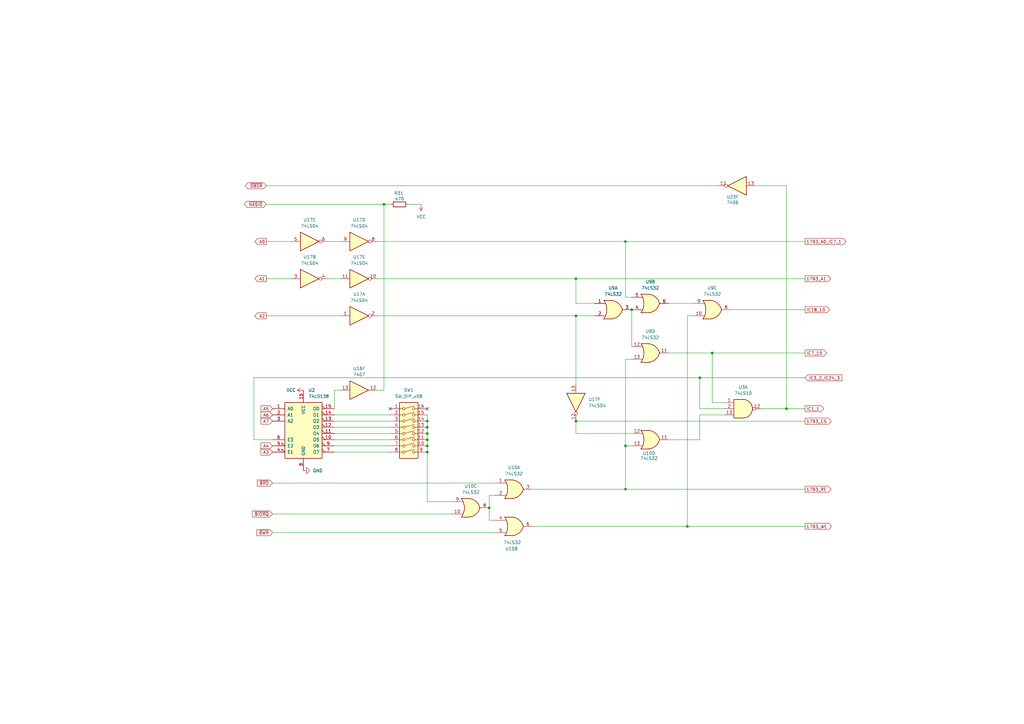
<source format=kicad_sch>
(kicad_sch (version 20231120) (generator "eeschema") (generator_version "8.0")
  (paper "A3")
  (title_block (title "80 Bus FDC Controller") (date "2025-02-09") (rev "2.1.0"))
  (lib_symbols
    (symbol "74xx:74LS04"
      (property "Reference" "U" (at 0 1.27 0))
      (property "Value" "74LS04" (at 0 -1.27 0))
      (symbol "74LS04_1_0"
        (polyline (pts (xy -3.81 3.81) (xy -3.81 -3.81) (xy 3.81 0) (xy -3.81 3.81)) (stroke (width 0.254)) (fill (type background)))
        (pin input line (at -7.62 0 0) (length 3.81) (name "~") (number "1"))
        (pin output inverted (at 7.62 0 180) (length 3.81) (name "~") (number "2"))
      )
      (symbol "74LS04_2_0"
        (polyline (pts (xy -3.81 3.81) (xy -3.81 -3.81) (xy 3.81 0) (xy -3.81 3.81)) (stroke (width 0.254)) (fill (type background)))
        (pin input line (at -7.62 0 0) (length 3.81) (name "~") (number "3"))
        (pin output inverted (at 7.62 0 180) (length 3.81) (name "~") (number "4"))
      )
      (symbol "74LS04_3_0"
        (polyline (pts (xy -3.81 3.81) (xy -3.81 -3.81) (xy 3.81 0) (xy -3.81 3.81)) (stroke (width 0.254)) (fill (type background)))
        (pin input line (at -7.62 0 0) (length 3.81) (name "~") (number "5"))
        (pin output inverted (at 7.62 0 180) (length 3.81) (name "~") (number "6"))
      )
      (symbol "74LS04_4_0"
        (polyline (pts (xy -3.81 3.81) (xy -3.81 -3.81) (xy 3.81 0) (xy -3.81 3.81)) (stroke (width 0.254)) (fill (type background)))
        (pin output inverted (at 7.62 0 180) (length 3.81) (name "~") (number "8"))
        (pin input line (at -7.62 0 0) (length 3.81) (name "~") (number "9"))
      )
      (symbol "74LS04_5_0"
        (polyline (pts (xy -3.81 3.81) (xy -3.81 -3.81) (xy 3.81 0) (xy -3.81 3.81)) (stroke (width 0.254)) (fill (type background)))
        (pin output inverted (at 7.62 0 180) (length 3.81) (name "~") (number "10"))
        (pin input line (at -7.62 0 0) (length 3.81) (name "~") (number "11"))
      )
      (symbol "74LS04_6_0"
        (polyline (pts (xy -3.81 3.81) (xy -3.81 -3.81) (xy 3.81 0) (xy -3.81 3.81)) (stroke (width 0.254)) (fill (type background)))
        (pin output inverted (at 7.62 0 180) (length 3.81) (name "~") (number "12"))
        (pin input line (at -7.62 0 0) (length 3.81) (name "~") (number "13"))
      )
      (symbol "74LS04_7_0"
        (pin power_in line (at 0 12.7 270) (length 5.08) (name "VCC") (number "14"))
        (pin power_in line (at 0 -12.7 90) (length 5.08) (name "GND") (number "7"))
      )
      (symbol "74LS04_7_1"
        (rectangle (start -5.08 7.62) (end 5.08 -7.62) (stroke (width 0.254)) (fill (type background)))
      )
    )
    (symbol "74xx:74LS10" (pin_names (offset 1.016))
      (property "Reference" "U" (at 0 1.27 0))
      (property "Value" "74LS10" (at 0 -1.27 0))
      (symbol "74LS10_1_1"
        (arc (start 0 -3.81) (mid 3.7934 0) (end 0 3.81) (stroke (width 0.254)) (fill (type background)))
        (polyline (pts (xy 0 3.81) (xy -3.81 3.81) (xy -3.81 -3.81) (xy 0 -3.81)) (stroke (width 0.254)) (fill (type background)))
        (pin input line (at -7.62 2.54 0) (length 3.81) (name "~") (number "1"))
        (pin output inverted (at 7.62 0 180) (length 3.81) (name "~") (number "12"))
        (pin input line (at -7.62 -2.54 0) (length 3.81) (name "~") (number "13"))
        (pin input line (at -7.62 0 0) (length 3.81) (name "~") (number "2"))
      )
      (symbol "74LS10_1_2"
        (arc (start -3.81 -3.81) (mid -2.589 0) (end -3.81 3.81) (stroke (width 0.254)))
        (arc (start -0.6096 -3.81) (mid 2.1842 -2.5851) (end 3.81 0) (stroke (width 0.254)) (fill (type background)))
        (polyline (pts (xy -3.81 -3.81) (xy -0.635 -3.81)) (stroke (width 0.254)) (fill (type background)))
        (polyline (pts (xy -3.81 3.81) (xy -0.635 3.81)) (stroke (width 0.254)) (fill (type background)))
        (polyline (pts (xy -0.635 3.81) (xy -3.81 3.81) (xy -3.81 3.81) (xy -3.556 3.4036) (xy -3.0226 2.2606) (xy -2.6924 1.0414) (xy -2.6162 -0.254) (xy -2.7686 -1.4986) (xy -3.175 -2.7178) (xy -3.81 -3.81) (xy -3.81 -3.81) (xy -0.635 -3.81)) (stroke (width -25.4)) (fill (type background)))
        (arc (start 3.81 0) (mid 2.1915 2.5936) (end -0.6096 3.81) (stroke (width 0.254)) (fill (type background)))
        (pin input inverted (at -7.62 2.54 0) (length 4.318) (name "~") (number "1"))
        (pin output line (at 7.62 0 180) (length 3.81) (name "~") (number "12"))
        (pin input inverted (at -7.62 -2.54 0) (length 4.318) (name "~") (number "13"))
        (pin input inverted (at -7.62 0 0) (length 4.953) (name "~") (number "2"))
      )
      (symbol "74LS10_2_1"
        (arc (start 0 -3.81) (mid 3.7934 0) (end 0 3.81) (stroke (width 0.254)) (fill (type background)))
        (polyline (pts (xy 0 3.81) (xy -3.81 3.81) (xy -3.81 -3.81) (xy 0 -3.81)) (stroke (width 0.254)) (fill (type background)))
        (pin input line (at -7.62 2.54 0) (length 3.81) (name "~") (number "3"))
        (pin input line (at -7.62 0 0) (length 3.81) (name "~") (number "4"))
        (pin input line (at -7.62 -2.54 0) (length 3.81) (name "~") (number "5"))
        (pin output inverted (at 7.62 0 180) (length 3.81) (name "~") (number "6"))
      )
      (symbol "74LS10_2_2"
        (arc (start -3.81 -3.81) (mid -2.589 0) (end -3.81 3.81) (stroke (width 0.254)))
        (arc (start -0.6096 -3.81) (mid 2.1842 -2.5851) (end 3.81 0) (stroke (width 0.254)) (fill (type background)))
        (polyline (pts (xy -3.81 -3.81) (xy -0.635 -3.81)) (stroke (width 0.254)) (fill (type background)))
        (polyline (pts (xy -3.81 3.81) (xy -0.635 3.81)) (stroke (width 0.254)) (fill (type background)))
        (polyline (pts (xy -0.635 3.81) (xy -3.81 3.81) (xy -3.81 3.81) (xy -3.556 3.4036) (xy -3.0226 2.2606) (xy -2.6924 1.0414) (xy -2.6162 -0.254) (xy -2.7686 -1.4986) (xy -3.175 -2.7178) (xy -3.81 -3.81) (xy -3.81 -3.81) (xy -0.635 -3.81)) (stroke (width -25.4)) (fill (type background)))
        (arc (start 3.81 0) (mid 2.1915 2.5936) (end -0.6096 3.81) (stroke (width 0.254)) (fill (type background)))
        (pin input inverted (at -7.62 2.54 0) (length 4.318) (name "~") (number "3"))
        (pin input inverted (at -7.62 0 0) (length 4.953) (name "~") (number "4"))
        (pin input inverted (at -7.62 -2.54 0) (length 4.318) (name "~") (number "5"))
        (pin output line (at 7.62 0 180) (length 3.81) (name "~") (number "6"))
      )
      (symbol "74LS10_3_1"
        (arc (start 0 -3.81) (mid 3.7934 0) (end 0 3.81) (stroke (width 0.254)) (fill (type background)))
        (polyline (pts (xy 0 3.81) (xy -3.81 3.81) (xy -3.81 -3.81) (xy 0 -3.81)) (stroke (width 0.254)) (fill (type background)))
        (pin input line (at -7.62 0 0) (length 3.81) (name "~") (number "10"))
        (pin input line (at -7.62 -2.54 0) (length 3.81) (name "~") (number "11"))
        (pin output inverted (at 7.62 0 180) (length 3.81) (name "~") (number "8"))
        (pin input line (at -7.62 2.54 0) (length 3.81) (name "~") (number "9"))
      )
      (symbol "74LS10_3_2"
        (arc (start -3.81 -3.81) (mid -2.589 0) (end -3.81 3.81) (stroke (width 0.254)))
        (arc (start -0.6096 -3.81) (mid 2.1842 -2.5851) (end 3.81 0) (stroke (width 0.254)) (fill (type background)))
        (polyline (pts (xy -3.81 -3.81) (xy -0.635 -3.81)) (stroke (width 0.254)) (fill (type background)))
        (polyline (pts (xy -3.81 3.81) (xy -0.635 3.81)) (stroke (width 0.254)) (fill (type background)))
        (polyline (pts (xy -0.635 3.81) (xy -3.81 3.81) (xy -3.81 3.81) (xy -3.556 3.4036) (xy -3.0226 2.2606) (xy -2.6924 1.0414) (xy -2.6162 -0.254) (xy -2.7686 -1.4986) (xy -3.175 -2.7178) (xy -3.81 -3.81) (xy -3.81 -3.81) (xy -0.635 -3.81)) (stroke (width -25.4)) (fill (type background)))
        (arc (start 3.81 0) (mid 2.1915 2.5936) (end -0.6096 3.81) (stroke (width 0.254)) (fill (type background)))
        (pin input inverted (at -7.62 0 0) (length 4.953) (name "~") (number "10"))
        (pin input inverted (at -7.62 -2.54 0) (length 4.318) (name "~") (number "11"))
        (pin output line (at 7.62 0 180) (length 3.81) (name "~") (number "8"))
        (pin input inverted (at -7.62 2.54 0) (length 4.318) (name "~") (number "9"))
      )
      (symbol "74LS10_4_0"
        (pin power_in line (at 0 12.7 270) (length 5.08) (name "VCC") (number "14"))
        (pin power_in line (at 0 -12.7 90) (length 5.08) (name "GND") (number "7"))
      )
      (symbol "74LS10_4_1"
        (rectangle (start -5.08 7.62) (end 5.08 -7.62) (stroke (width 0.254)) (fill (type background)))
      )
    )
    (symbol "74xx:74LS138" (pin_names (offset 1.016))
      (property "Reference" "U" (at -7.62 11.43 0))
      (property "Value" "74LS138" (at -7.62 -13.97 0))
      (symbol "74LS138_1_0"
        (pin input line (at -12.7 7.62 0) (length 5.08) (name "A0") (number "1"))
        (pin output output_low (at 12.7 -5.08 180) (length 5.08) (name "O5") (number "10"))
        (pin output output_low (at 12.7 -2.54 180) (length 5.08) (name "O4") (number "11"))
        (pin output output_low (at 12.7 0 180) (length 5.08) (name "O3") (number "12"))
        (pin output output_low (at 12.7 2.54 180) (length 5.08) (name "O2") (number "13"))
        (pin output output_low (at 12.7 5.08 180) (length 5.08) (name "O1") (number "14"))
        (pin output output_low (at 12.7 7.62 180) (length 5.08) (name "O0") (number "15"))
        (pin power_in line (at 0 15.24 270) (length 5.08) (name "VCC") (number "16"))
        (pin input line (at -12.7 5.08 0) (length 5.08) (name "A1") (number "2"))
        (pin input line (at -12.7 2.54 0) (length 5.08) (name "A2") (number "3"))
        (pin input input_low (at -12.7 -10.16 0) (length 5.08) (name "E1") (number "4"))
        (pin input input_low (at -12.7 -7.62 0) (length 5.08) (name "E2") (number "5"))
        (pin input line (at -12.7 -5.08 0) (length 5.08) (name "E3") (number "6"))
        (pin output output_low (at 12.7 -10.16 180) (length 5.08) (name "O7") (number "7"))
        (pin power_in line (at 0 -17.78 90) (length 5.08) (name "GND") (number "8"))
        (pin output output_low (at 12.7 -7.62 180) (length 5.08) (name "O6") (number "9"))
      )
      (symbol "74LS138_1_1"
        (rectangle (start -7.62 10.16) (end 7.62 -12.7) (stroke (width 0.254)) (fill (type background)))
      )
    )
    (symbol "74xx:74LS32" (pin_names (offset 1.016))
      (property "Reference" "U" (at 0 1.27 0))
      (property "Value" "74LS32" (at 0 -1.27 0))
      (symbol "74LS32_1_1"
        (arc (start -3.81 -3.81) (mid -2.589 0) (end -3.81 3.81) (stroke (width 0.254)))
        (arc (start -0.6096 -3.81) (mid 2.1842 -2.5851) (end 3.81 0) (stroke (width 0.254)) (fill (type background)))
        (polyline (pts (xy -3.81 -3.81) (xy -0.635 -3.81)) (stroke (width 0.254)) (fill (type background)))
        (polyline (pts (xy -3.81 3.81) (xy -0.635 3.81)) (stroke (width 0.254)) (fill (type background)))
        (polyline (pts (xy -0.635 3.81) (xy -3.81 3.81) (xy -3.81 3.81) (xy -3.556 3.4036) (xy -3.0226 2.2606) (xy -2.6924 1.0414) (xy -2.6162 -0.254) (xy -2.7686 -1.4986) (xy -3.175 -2.7178) (xy -3.81 -3.81) (xy -3.81 -3.81) (xy -0.635 -3.81)) (stroke (width -25.4)) (fill (type background)))
        (arc (start 3.81 0) (mid 2.1915 2.5936) (end -0.6096 3.81) (stroke (width 0.254)) (fill (type background)))
        (pin input line (at -7.62 2.54 0) (length 4.318) (name "~") (number "1"))
        (pin input line (at -7.62 -2.54 0) (length 4.318) (name "~") (number "2"))
        (pin output line (at 7.62 0 180) (length 3.81) (name "~") (number "3"))
      )
      (symbol "74LS32_1_2"
        (arc (start 0 -3.81) (mid 3.7934 0) (end 0 3.81) (stroke (width 0.254)) (fill (type background)))
        (polyline (pts (xy 0 3.81) (xy -3.81 3.81) (xy -3.81 -3.81) (xy 0 -3.81)) (stroke (width 0.254)) (fill (type background)))
        (pin input inverted (at -7.62 2.54 0) (length 3.81) (name "~") (number "1"))
        (pin input inverted (at -7.62 -2.54 0) (length 3.81) (name "~") (number "2"))
        (pin output inverted (at 7.62 0 180) (length 3.81) (name "~") (number "3"))
      )
      (symbol "74LS32_2_1"
        (arc (start -3.81 -3.81) (mid -2.589 0) (end -3.81 3.81) (stroke (width 0.254)))
        (arc (start -0.6096 -3.81) (mid 2.1842 -2.5851) (end 3.81 0) (stroke (width 0.254)) (fill (type background)))
        (polyline (pts (xy -3.81 -3.81) (xy -0.635 -3.81)) (stroke (width 0.254)) (fill (type background)))
        (polyline (pts (xy -3.81 3.81) (xy -0.635 3.81)) (stroke (width 0.254)) (fill (type background)))
        (polyline (pts (xy -0.635 3.81) (xy -3.81 3.81) (xy -3.81 3.81) (xy -3.556 3.4036) (xy -3.0226 2.2606) (xy -2.6924 1.0414) (xy -2.6162 -0.254) (xy -2.7686 -1.4986) (xy -3.175 -2.7178) (xy -3.81 -3.81) (xy -3.81 -3.81) (xy -0.635 -3.81)) (stroke (width -25.4)) (fill (type background)))
        (arc (start 3.81 0) (mid 2.1915 2.5936) (end -0.6096 3.81) (stroke (width 0.254)) (fill (type background)))
        (pin input line (at -7.62 2.54 0) (length 4.318) (name "~") (number "4"))
        (pin input line (at -7.62 -2.54 0) (length 4.318) (name "~") (number "5"))
        (pin output line (at 7.62 0 180) (length 3.81) (name "~") (number "6"))
      )
      (symbol "74LS32_2_2"
        (arc (start 0 -3.81) (mid 3.7934 0) (end 0 3.81) (stroke (width 0.254)) (fill (type background)))
        (polyline (pts (xy 0 3.81) (xy -3.81 3.81) (xy -3.81 -3.81) (xy 0 -3.81)) (stroke (width 0.254)) (fill (type background)))
        (pin input inverted (at -7.62 2.54 0) (length 3.81) (name "~") (number "4"))
        (pin input inverted (at -7.62 -2.54 0) (length 3.81) (name "~") (number "5"))
        (pin output inverted (at 7.62 0 180) (length 3.81) (name "~") (number "6"))
      )
      (symbol "74LS32_3_1"
        (arc (start -3.81 -3.81) (mid -2.589 0) (end -3.81 3.81) (stroke (width 0.254)))
        (arc (start -0.6096 -3.81) (mid 2.1842 -2.5851) (end 3.81 0) (stroke (width 0.254)) (fill (type background)))
        (polyline (pts (xy -3.81 -3.81) (xy -0.635 -3.81)) (stroke (width 0.254)) (fill (type background)))
        (polyline (pts (xy -3.81 3.81) (xy -0.635 3.81)) (stroke (width 0.254)) (fill (type background)))
        (polyline (pts (xy -0.635 3.81) (xy -3.81 3.81) (xy -3.81 3.81) (xy -3.556 3.4036) (xy -3.0226 2.2606) (xy -2.6924 1.0414) (xy -2.6162 -0.254) (xy -2.7686 -1.4986) (xy -3.175 -2.7178) (xy -3.81 -3.81) (xy -3.81 -3.81) (xy -0.635 -3.81)) (stroke (width -25.4)) (fill (type background)))
        (arc (start 3.81 0) (mid 2.1915 2.5936) (end -0.6096 3.81) (stroke (width 0.254)) (fill (type background)))
        (pin input line (at -7.62 -2.54 0) (length 4.318) (name "~") (number "10"))
        (pin output line (at 7.62 0 180) (length 3.81) (name "~") (number "8"))
        (pin input line (at -7.62 2.54 0) (length 4.318) (name "~") (number "9"))
      )
      (symbol "74LS32_3_2"
        (arc (start 0 -3.81) (mid 3.7934 0) (end 0 3.81) (stroke (width 0.254)) (fill (type background)))
        (polyline (pts (xy 0 3.81) (xy -3.81 3.81) (xy -3.81 -3.81) (xy 0 -3.81)) (stroke (width 0.254)) (fill (type background)))
        (pin input inverted (at -7.62 -2.54 0) (length 3.81) (name "~") (number "10"))
        (pin output inverted (at 7.62 0 180) (length 3.81) (name "~") (number "8"))
        (pin input inverted (at -7.62 2.54 0) (length 3.81) (name "~") (number "9"))
      )
      (symbol "74LS32_4_1"
        (arc (start -3.81 -3.81) (mid -2.589 0) (end -3.81 3.81) (stroke (width 0.254)))
        (arc (start -0.6096 -3.81) (mid 2.1842 -2.5851) (end 3.81 0) (stroke (width 0.254)) (fill (type background)))
        (polyline (pts (xy -3.81 -3.81) (xy -0.635 -3.81)) (stroke (width 0.254)) (fill (type background)))
        (polyline (pts (xy -3.81 3.81) (xy -0.635 3.81)) (stroke (width 0.254)) (fill (type background)))
        (polyline (pts (xy -0.635 3.81) (xy -3.81 3.81) (xy -3.81 3.81) (xy -3.556 3.4036) (xy -3.0226 2.2606) (xy -2.6924 1.0414) (xy -2.6162 -0.254) (xy -2.7686 -1.4986) (xy -3.175 -2.7178) (xy -3.81 -3.81) (xy -3.81 -3.81) (xy -0.635 -3.81)) (stroke (width -25.4)) (fill (type background)))
        (arc (start 3.81 0) (mid 2.1915 2.5936) (end -0.6096 3.81) (stroke (width 0.254)) (fill (type background)))
        (pin output line (at 7.62 0 180) (length 3.81) (name "~") (number "11"))
        (pin input line (at -7.62 2.54 0) (length 4.318) (name "~") (number "12"))
        (pin input line (at -7.62 -2.54 0) (length 4.318) (name "~") (number "13"))
      )
      (symbol "74LS32_4_2"
        (arc (start 0 -3.81) (mid 3.7934 0) (end 0 3.81) (stroke (width 0.254)) (fill (type background)))
        (polyline (pts (xy 0 3.81) (xy -3.81 3.81) (xy -3.81 -3.81) (xy 0 -3.81)) (stroke (width 0.254)) (fill (type background)))
        (pin output inverted (at 7.62 0 180) (length 3.81) (name "~") (number "11"))
        (pin input inverted (at -7.62 2.54 0) (length 3.81) (name "~") (number "12"))
        (pin input inverted (at -7.62 -2.54 0) (length 3.81) (name "~") (number "13"))
      )
      (symbol "74LS32_5_0"
        (pin power_in line (at 0 12.7 270) (length 5.08) (name "VCC") (number "14"))
        (pin power_in line (at 0 -12.7 90) (length 5.08) (name "GND") (number "7"))
      )
      (symbol "74LS32_5_1"
        (rectangle (start -5.08 7.62) (end 5.08 -7.62) (stroke (width 0.254)) (fill (type background)))
      )
    )
    (symbol "80bus:7406" (pin_names (offset 1.016))
      (property "Reference" "U" (at 0 1.27 0))
      (property "Value" "7406" (at 0 -1.27 0))
      (symbol "7406_1_0"
        (polyline (pts (xy -3.81 3.81) (xy -3.81 -3.81) (xy 3.81 0) (xy -3.81 3.81)) (stroke (width 0.254)) (fill (type background)))
        (pin input line (at -7.62 0 0) (length 3.81) (name "~") (number "1"))
        (pin open_collector inverted (at 7.62 0 180) (length 3.81) (name "~") (number "2"))
      )
      (symbol "7406_2_0"
        (polyline (pts (xy -3.81 3.81) (xy -3.81 -3.81) (xy 3.81 0) (xy -3.81 3.81)) (stroke (width 0.254)) (fill (type background)))
        (pin input line (at -7.62 0 0) (length 3.81) (name "~") (number "3"))
        (pin open_collector inverted (at 7.62 0 180) (length 3.81) (name "~") (number "4"))
      )
      (symbol "7406_3_0"
        (polyline (pts (xy -3.81 3.81) (xy -3.81 -3.81) (xy 3.81 0) (xy -3.81 3.81)) (stroke (width 0.254)) (fill (type background)))
        (pin input line (at -7.62 0 0) (length 3.81) (name "~") (number "5"))
        (pin open_collector inverted (at 7.62 0 180) (length 3.81) (name "~") (number "6"))
      )
      (symbol "7406_4_0"
        (polyline (pts (xy -3.81 3.81) (xy -3.81 -3.81) (xy 3.81 0) (xy -3.81 3.81)) (stroke (width 0.254)) (fill (type background)))
        (pin open_collector inverted (at 7.62 0 180) (length 3.81) (name "~") (number "8"))
        (pin input line (at -7.62 0 0) (length 3.81) (name "~") (number "9"))
      )
      (symbol "7406_5_0"
        (polyline (pts (xy -3.81 3.81) (xy -3.81 -3.81) (xy 3.81 0) (xy -3.81 3.81)) (stroke (width 0.254)) (fill (type background)))
        (pin open_collector inverted (at 7.62 0 180) (length 3.81) (name "~") (number "10"))
        (pin input line (at -7.62 0 0) (length 3.81) (name "~") (number "11"))
      )
      (symbol "7406_6_0"
        (polyline (pts (xy -3.81 3.81) (xy -3.81 -3.81) (xy 3.81 0) (xy -3.81 3.81)) (stroke (width 0.254)) (fill (type background)))
        (pin open_collector inverted (at 7.62 0 180) (length 3.81) (name "~") (number "12"))
        (pin input line (at -7.62 0 0) (length 3.81) (name "~") (number "13"))
      )
      (symbol "7406_7_0"
        (pin power_in line (at 0 12.7 270) (length 5.08) (name "VCC") (number "14"))
        (pin power_in line (at 0 -12.7 90) (length 5.08) (name "GND") (number "7"))
      )
      (symbol "7406_7_1"
        (rectangle (start -5.08 7.62) (end 5.08 -7.62) (stroke (width 0.254)) (fill (type background)))
      )
    )
    (symbol "80bus:7407" (pin_names (offset 1.016))
      (property "Reference" "U" (at 0 1.27 0))
      (property "Value" "7407" (at 0 -1.27 0))
      (symbol "7407_1_0"
        (polyline (pts (xy -3.81 3.81) (xy -3.81 -3.81) (xy 3.81 0) (xy -3.81 3.81)) (stroke (width 0.254)) (fill (type background)))
        (pin input line (at -7.62 0 0) (length 3.81) (name "~") (number "1"))
        (pin open_collector line (at 7.62 0 180) (length 3.81) (name "~") (number "2"))
      )
      (symbol "7407_2_0"
        (polyline (pts (xy -3.81 3.81) (xy -3.81 -3.81) (xy 3.81 0) (xy -3.81 3.81)) (stroke (width 0.254)) (fill (type background)))
        (pin input line (at -7.62 0 0) (length 3.81) (name "~") (number "3"))
        (pin open_collector line (at 7.62 0 180) (length 3.81) (name "~") (number "4"))
      )
      (symbol "7407_3_0"
        (polyline (pts (xy -3.81 3.81) (xy -3.81 -3.81) (xy 3.81 0) (xy -3.81 3.81)) (stroke (width 0.254)) (fill (type background)))
        (pin input line (at -7.62 0 0) (length 3.81) (name "~") (number "5"))
        (pin open_collector line (at 7.62 0 180) (length 3.81) (name "~") (number "6"))
      )
      (symbol "7407_4_0"
        (polyline (pts (xy -3.81 3.81) (xy -3.81 -3.81) (xy 3.81 0) (xy -3.81 3.81)) (stroke (width 0.254)) (fill (type background)))
        (pin open_collector line (at 7.62 0 180) (length 3.81) (name "~") (number "8"))
        (pin input line (at -7.62 0 0) (length 3.81) (name "~") (number "9"))
      )
      (symbol "7407_5_0"
        (polyline (pts (xy -3.81 3.81) (xy -3.81 -3.81) (xy 3.81 0) (xy -3.81 3.81)) (stroke (width 0.254)) (fill (type background)))
        (pin open_collector line (at 7.62 0 180) (length 3.81) (name "~") (number "10"))
        (pin input line (at -7.62 0 0) (length 3.81) (name "~") (number "11"))
      )
      (symbol "7407_6_0"
        (polyline (pts (xy -3.81 3.81) (xy -3.81 -3.81) (xy 3.81 0) (xy -3.81 3.81)) (stroke (width 0.254)) (fill (type background)))
        (pin open_collector line (at 7.62 0 180) (length 3.81) (name "~") (number "12"))
        (pin input line (at -7.62 0 0) (length 3.81) (name "~") (number "13"))
      )
      (symbol "7407_7_0"
        (pin power_in line (at 0 12.7 270) (length 5.08) (name "VCC") (number "14"))
        (pin power_in line (at 0 -12.7 90) (length 5.08) (name "GND") (number "7"))
      )
      (symbol "7407_7_1"
        (rectangle (start -5.08 7.62) (end 5.08 -7.62) (stroke (width 0.254)) (fill (type background)))
      )
    )
    (symbol "Device:R" (pin_numbers hide) (pin_names (offset 0))
      (property "Reference" "R" (at 2.032 0 90))
      (property "Value" "R" (at 0 0 90))
      (symbol "R_0_1"
        (rectangle (start -1.016 -2.54) (end 1.016 2.54) (stroke (width 0.254)))
      )
      (symbol "R_1_1"
        (pin passive line (at 0 3.81 270) (length 1.27) (name "~") (number "1"))
        (pin passive line (at 0 -3.81 90) (length 1.27) (name "~") (number "2"))
      )
    )
    (symbol "Switch:SW_DIP_x08" (pin_names (offset 0) hide)
      (property "Reference" "SW" (at 0 13.97 0))
      (property "Value" "SW_DIP_x08" (at 0 -11.43 0))
      (symbol "SW_DIP_x08_0_0"
        (circle (center -2.032 -7.62) (radius 0.508))
        (circle (center -2.032 -5.08) (radius 0.508))
        (circle (center -2.032 -2.54) (radius 0.508))
        (circle (center -2.032 0) (radius 0.508))
        (circle (center -2.032 2.54) (radius 0.508))
        (circle (center -2.032 5.08) (radius 0.508))
        (circle (center -2.032 7.62) (radius 0.508))
        (circle (center -2.032 10.16) (radius 0.508))
        (polyline (pts (xy -1.524 -7.4676) (xy 2.3622 -6.4262)))
        (polyline (pts (xy -1.524 -4.9276) (xy 2.3622 -3.8862)))
        (polyline (pts (xy -1.524 -2.3876) (xy 2.3622 -1.3462)))
        (polyline (pts (xy -1.524 0.127) (xy 2.3622 1.1684)))
        (polyline (pts (xy -1.524 2.667) (xy 2.3622 3.7084)))
        (polyline (pts (xy -1.524 5.207) (xy 2.3622 6.2484)))
        (polyline (pts (xy -1.524 7.747) (xy 2.3622 8.7884)))
        (polyline (pts (xy -1.524 10.287) (xy 2.3622 11.3284)))
        (circle (center 2.032 -7.62) (radius 0.508))
        (circle (center 2.032 -5.08) (radius 0.508))
        (circle (center 2.032 -2.54) (radius 0.508))
        (circle (center 2.032 0) (radius 0.508))
        (circle (center 2.032 2.54) (radius 0.508))
        (circle (center 2.032 5.08) (radius 0.508))
        (circle (center 2.032 7.62) (radius 0.508))
        (circle (center 2.032 10.16) (radius 0.508))
      )
      (symbol "SW_DIP_x08_0_1"
        (rectangle (start -3.81 12.7) (end 3.81 -10.16) (stroke (width 0.254)) (fill (type background)))
      )
      (symbol "SW_DIP_x08_1_1"
        (pin passive line (at -7.62 10.16 0) (length 5.08) (name "~") (number "1"))
        (pin passive line (at 7.62 -5.08 180) (length 5.08) (name "~") (number "10"))
        (pin passive line (at 7.62 -2.54 180) (length 5.08) (name "~") (number "11"))
        (pin passive line (at 7.62 0 180) (length 5.08) (name "~") (number "12"))
        (pin passive line (at 7.62 2.54 180) (length 5.08) (name "~") (number "13"))
        (pin passive line (at 7.62 5.08 180) (length 5.08) (name "~") (number "14"))
        (pin passive line (at 7.62 7.62 180) (length 5.08) (name "~") (number "15"))
        (pin passive line (at 7.62 10.16 180) (length 5.08) (name "~") (number "16"))
        (pin passive line (at -7.62 7.62 0) (length 5.08) (name "~") (number "2"))
        (pin passive line (at -7.62 5.08 0) (length 5.08) (name "~") (number "3"))
        (pin passive line (at -7.62 2.54 0) (length 5.08) (name "~") (number "4"))
        (pin passive line (at -7.62 0 0) (length 5.08) (name "~") (number "5"))
        (pin passive line (at -7.62 -2.54 0) (length 5.08) (name "~") (number "6"))
        (pin passive line (at -7.62 -5.08 0) (length 5.08) (name "~") (number "7"))
        (pin passive line (at -7.62 -7.62 0) (length 5.08) (name "~") (number "8"))
        (pin passive line (at 7.62 -7.62 180) (length 5.08) (name "~") (number "9"))
      )
    )
    (symbol "power:GND" (power) (pin_names (offset 0))
      (property "Value" "GND" (at 0 -3.81 0))
      (symbol "GND_0_1"
        (polyline (pts (xy 0 0) (xy 0 -1.27) (xy 1.27 -1.27) (xy 0 -2.54) (xy -1.27 -1.27) (xy 0 -1.27)))
      )
      (symbol "GND_1_1"
        (pin power_in line (at 0 0 270) (length 0) hide (name "GND") (number "1"))
      )
    )
    (symbol "power:VCC" (power) (pin_names (offset 0))
      (property "Value" "VCC" (at 0 3.81 0))
      (symbol "VCC_0_1"
        (polyline (pts (xy -0.762 1.27) (xy 0 2.54)))
        (polyline (pts (xy 0 0) (xy 0 2.54)))
        (polyline (pts (xy 0 2.54) (xy 0.762 1.27)))
      )
      (symbol "VCC_1_1"
        (pin power_in line (at 0 0 90) (length 0) hide (name "VCC") (number "1"))
      )
    )
  )
  (junction (at 175.26 175.26))
  (junction (at 259.08 127))
  (junction (at 256.54 200.66))
  (junction (at 256.54 99.06))
  (junction (at 236.22 129.54))
  (junction (at 287.02 154.94))
  (junction (at 200.66 208.28))
  (junction (at 292.1 144.78))
  (junction (at 175.26 172.72))
  (junction (at 157.48 83.82))
  (junction (at 175.26 180.34))
  (junction (at 175.26 182.88))
  (junction (at 175.26 177.8))
  (junction (at 236.22 172.72))
  (junction (at 256.54 182.88))
  (junction (at 175.26 185.42))
  (junction (at 281.94 215.9))
  (junction (at 236.22 114.3))
  (junction (at 322.58 167.64))
  (no_connect (at 175.26 167.64))
  (no_connect (at 160.02 167.64))
  (wire (pts (xy 157.48 83.82) (xy 157.48 160.02)))
  (wire (pts (xy 256.54 99.06) (xy 330.2 99.06)))
  (wire (pts (xy 256.54 200.66) (xy 330.2 200.66)))
  (wire (pts (xy 200.66 213.36) (xy 200.66 208.28)))
  (wire (pts (xy 154.94 129.54) (xy 236.22 129.54)))
  (wire (pts (xy 281.94 215.9) (xy 330.2 215.9)))
  (wire (pts (xy 292.1 144.78) (xy 330.2 144.78)))
  (wire (pts (xy 200.66 203.2) (xy 200.66 208.28)))
  (wire (pts (xy 111.76 218.44) (xy 203.2 218.44)))
  (wire (pts (xy 236.22 129.54) (xy 236.22 157.48)))
  (wire (pts (xy 157.48 83.82) (xy 160.02 83.82)))
  (wire (pts (xy 137.16 185.42) (xy 160.02 185.42)))
  (wire (pts (xy 236.22 129.54) (xy 243.84 129.54)))
  (wire (pts (xy 137.16 170.18) (xy 160.02 170.18)))
  (wire (pts (xy 175.26 170.18) (xy 175.26 172.72)))
  (wire (pts (xy 167.64 83.82) (xy 172.72 83.82)))
  (wire (pts (xy 109.22 83.82) (xy 157.48 83.82)))
  (wire (pts (xy 175.26 177.8) (xy 175.26 180.34)))
  (wire (pts (xy 154.94 114.3) (xy 236.22 114.3)))
  (wire (pts (xy 175.26 172.72) (xy 175.26 175.26)))
  (wire (pts (xy 259.08 121.92) (xy 256.54 121.92)))
  (wire (pts (xy 203.2 213.36) (xy 200.66 213.36)))
  (wire (pts (xy 287.02 170.18) (xy 297.18 170.18)))
  (wire (pts (xy 297.18 165.1) (xy 292.1 165.1)))
  (wire (pts (xy 274.32 180.34) (xy 287.02 180.34)))
  (wire (pts (xy 259.08 127) (xy 259.08 142.24)))
  (wire (pts (xy 330.2 154.94) (xy 287.02 154.94)))
  (wire (pts (xy 312.42 167.64) (xy 322.58 167.64)))
  (wire (pts (xy 137.16 172.72) (xy 160.02 172.72)))
  (wire (pts (xy 134.62 99.06) (xy 139.7 99.06)))
  (wire (pts (xy 236.22 172.72) (xy 330.2 172.72)))
  (wire (pts (xy 109.22 99.06) (xy 119.38 99.06)))
  (wire (pts (xy 292.1 144.78) (xy 292.1 165.1)))
  (wire (pts (xy 281.94 129.54) (xy 281.94 215.9)))
  (wire (pts (xy 259.08 177.8) (xy 236.22 177.8)))
  (wire (pts (xy 175.26 175.26) (xy 175.26 177.8)))
  (wire (pts (xy 256.54 182.88) (xy 256.54 200.66)))
  (wire (pts (xy 137.16 182.88) (xy 160.02 182.88)))
  (wire (pts (xy 175.26 205.74) (xy 185.42 205.74)))
  (wire (pts (xy 137.16 180.34) (xy 160.02 180.34)))
  (wire (pts (xy 287.02 154.94) (xy 104.14 154.94)))
  (wire (pts (xy 175.26 182.88) (xy 175.26 185.42)))
  (wire (pts (xy 175.26 185.42) (xy 175.26 205.74)))
  (wire (pts (xy 203.2 203.2) (xy 200.66 203.2)))
  (wire (pts (xy 137.16 175.26) (xy 160.02 175.26)))
  (wire (pts (xy 137.16 177.8) (xy 160.02 177.8)))
  (wire (pts (xy 137.16 160.02) (xy 139.7 160.02)))
  (wire (pts (xy 157.48 160.02) (xy 154.94 160.02)))
  (wire (pts (xy 134.62 114.3) (xy 139.7 114.3)))
  (wire (pts (xy 111.76 210.82) (xy 185.42 210.82)))
  (wire (pts (xy 243.84 124.46) (xy 236.22 124.46)))
  (wire (pts (xy 256.54 121.92) (xy 256.54 99.06)))
  (wire (pts (xy 256.54 147.32) (xy 256.54 182.88)))
  (wire (pts (xy 137.16 167.64) (xy 137.16 160.02)))
  (wire (pts (xy 256.54 182.88) (xy 259.08 182.88)))
  (wire (pts (xy 236.22 124.46) (xy 236.22 114.3)))
  (wire (pts (xy 259.08 147.32) (xy 256.54 147.32)))
  (wire (pts (xy 322.58 167.64) (xy 330.2 167.64)))
  (wire (pts (xy 111.76 198.12) (xy 203.2 198.12)))
  (wire (pts (xy 104.14 180.34) (xy 111.76 180.34)))
  (wire (pts (xy 154.94 99.06) (xy 256.54 99.06)))
  (wire (pts (xy 218.44 215.9) (xy 281.94 215.9)))
  (wire (pts (xy 236.22 177.8) (xy 236.22 172.72)))
  (wire (pts (xy 284.48 129.54) (xy 281.94 129.54)))
  (wire (pts (xy 287.02 180.34) (xy 287.02 170.18)))
  (wire (pts (xy 322.58 76.2) (xy 322.58 167.64)))
  (wire (pts (xy 309.88 76.2) (xy 322.58 76.2)))
  (wire (pts (xy 274.32 144.78) (xy 292.1 144.78)))
  (wire (pts (xy 287.02 167.64) (xy 287.02 154.94)))
  (wire (pts (xy 109.22 76.2) (xy 294.64 76.2)))
  (wire (pts (xy 109.22 129.54) (xy 139.7 129.54)))
  (wire (pts (xy 236.22 114.3) (xy 330.2 114.3)))
  (wire (pts (xy 299.72 127) (xy 330.2 127)))
  (wire (pts (xy 284.48 124.46) (xy 274.32 124.46)))
  (wire (pts (xy 109.22 114.3) (xy 119.38 114.3)))
  (wire (pts (xy 218.44 200.66) (xy 256.54 200.66)))
  (wire (pts (xy 287.02 167.64) (xy 297.18 167.64)))
  (wire (pts (xy 104.14 154.94) (xy 104.14 180.34)))
  (wire (pts (xy 175.26 180.34) (xy 175.26 182.88)))
  (global_label "~{NASIO}" (shape bidirectional) (at 109.22 83.82 180) (property "Intersheetrefs" "${INTERSHEET_REFS}" (effects (hide yes))))
  (global_label "A3" (shape input) (at 111.76 185.42 180) (property "Intersheetrefs" "${INTERSHEET_REFS}" (effects (hide yes))))
  (global_label "A5" (shape input) (at 111.76 167.64 180) (property "Intersheetrefs" "${INTERSHEET_REFS}" (effects (hide yes))))
  (global_label "IC1_1" (shape output) (at 330.2 167.64 0) (property "Intersheetrefs" "${INTERSHEET_REFS}" (effects (hide yes))))
  (global_label "1793_CS" (shape output) (at 330.2 172.72 0) (property "Intersheetrefs" "${INTERSHEET_REFS}" (effects (hide yes))))
  (global_label "A2" (shape output) (at 109.22 129.54 180) (property "Intersheetrefs" "${INTERSHEET_REFS}" (effects (hide yes))))
  (global_label "A7" (shape input) (at 111.76 172.72 180) (property "Intersheetrefs" "${INTERSHEET_REFS}" (effects (hide yes))))
  (global_label "IC3_2_IC24_3" (shape input) (at 330.2 154.94 0) (property "Intersheetrefs" "${INTERSHEET_REFS}" (effects (hide yes))))
  (global_label "1793_WE" (shape output) (at 330.2 215.9 0) (property "Intersheetrefs" "${INTERSHEET_REFS}" (effects (hide yes))))
  (global_label "~{DBDR}" (shape bidirectional) (at 109.22 76.2 180) (property "Intersheetrefs" "${INTERSHEET_REFS}" (effects (hide yes))))
  (global_label "A4" (shape input) (at 111.76 182.88 180) (property "Intersheetrefs" "${INTERSHEET_REFS}" (effects (hide yes))))
  (global_label "A6" (shape input) (at 111.76 170.18 180) (property "Intersheetrefs" "${INTERSHEET_REFS}" (effects (hide yes))))
  (global_label "IC18_10" (shape output) (at 330.2 127 0) (property "Intersheetrefs" "${INTERSHEET_REFS}" (effects (hide yes))))
  (global_label "1793_A1" (shape output) (at 330.2 114.3 0) (property "Intersheetrefs" "${INTERSHEET_REFS}" (effects (hide yes))))
  (global_label "~{BRD}" (shape input) (at 111.76 198.12 180) (property "Intersheetrefs" "${INTERSHEET_REFS}" (effects (hide yes))))
  (global_label "~{BWR}" (shape input) (at 111.76 218.44 180) (property "Intersheetrefs" "${INTERSHEET_REFS}" (effects (hide yes))))
  (global_label "1793_A0_IC7_1" (shape output) (at 330.2 99.06 0) (property "Intersheetrefs" "${INTERSHEET_REFS}" (effects (hide yes))))
  (global_label "~{BIORQ}" (shape input) (at 111.76 210.82 180) (property "Intersheetrefs" "${INTERSHEET_REFS}" (effects (hide yes))))
  (global_label "1793_RE" (shape output) (at 330.2 200.66 0) (property "Intersheetrefs" "${INTERSHEET_REFS}" (effects (hide yes))))
  (global_label "A0" (shape output) (at 109.22 99.06 180) (property "Intersheetrefs" "${INTERSHEET_REFS}" (effects (hide yes))))
  (global_label "A1" (shape output) (at 109.22 114.3 180) (property "Intersheetrefs" "${INTERSHEET_REFS}" (effects (hide yes))))
  (global_label "IC7_15" (shape output) (at 330.2 144.78 0) (property "Intersheetrefs" "${INTERSHEET_REFS}" (effects (hide yes))))
  (symbol (lib_id "80bus:7407") (at 147.32 160.02 0) (unit 6)
    (property "Reference" "U16" (at 147.32 151.13 0))
    (property "Value" "7407" (at 147.32 153.67 0))
    (property "Footprint" "Package_DIP:DIP-14_W7.62mm_Socket" (effects (hide yes)))
    (property "Datasheet" "www.ti.com/lit/ds/symlink/sn74ls07.pdf" (effects (hide yes)))
  )
  (symbol (lib_id "power:VCC") (at 172.72 83.82 180) (unit 1)
    (property "Reference" "#PWR0124" (effects (hide yes)))
    (property "Value" "VCC" (at 172.72 88.9 0))
  )
  (symbol (lib_id "74xx:74LS32") (at 292.1 127 0) (unit 3)
    (property "Reference" "U9" (at 292.1 118.11 0))
    (property "Value" "74LS32" (at 292.1 120.65 0))
    (property "Footprint" "Package_DIP:DIP-14_W7.62mm_Socket" (effects (hide yes)))
    (property "Datasheet" "http://www.ti.com/lit/gpn/sn74LS32" (effects (hide yes)))
  )
  (symbol (lib_id "74xx:74LS04") (at 147.32 114.3 0) (unit 5)
    (property "Reference" "U17" (at 147.32 105.41 0))
    (property "Value" "74LS04" (at 147.32 107.95 0))
    (property "Footprint" "Package_DIP:DIP-14_W7.62mm_Socket" (effects (hide yes)))
    (property "Datasheet" "http://www.ti.com/lit/gpn/sn74LS04" (effects (hide yes)))
  )
  (symbol (lib_id "74xx:74LS138") (at 124.46 175.26 0) (unit 1)
    (property "Reference" "U2" (at 126.4794 160.02 0) (effects (justify left)))
    (property "Value" "74LS138" (at 126.4794 162.56 0) (effects (justify left)))
    (property "Footprint" "Package_DIP:DIP-16_W7.62mm_Socket" (effects (hide yes)))
    (property "Datasheet" "http://www.ti.com/lit/gpn/sn74LS138" (effects (hide yes)))
  )
  (symbol (lib_id "Switch:SW_DIP_x08") (at 167.64 177.8 0) (unit 1)
    (property "Reference" "SW1" (at 167.64 160.02 0))
    (property "Value" "SW_DIP_x08" (at 167.64 162.56 0))
    (property "Footprint" "Package_DIP:DIP-16_W7.62mm_Socket" (effects (hide yes)))
  )
  (symbol (lib_id "74xx:74LS32") (at 251.46 127 0) (unit 1)
    (property "Reference" "U9" (at 251.46 118.11 0))
    (property "Value" "74LS32" (at 251.46 120.65 0))
    (property "Footprint" "Package_DIP:DIP-14_W7.62mm_Socket" (effects (hide yes)))
    (property "Datasheet" "http://www.ti.com/lit/gpn/sn74LS32" (effects (hide yes)))
  )
  (symbol (lib_id "74xx:74LS10") (at 304.8 167.64 0) (unit 1)
    (property "Reference" "U3" (at 304.8 158.75 0))
    (property "Value" "74LS10" (at 304.8 161.29 0))
    (property "Footprint" "Package_DIP:DIP-14_W7.62mm_Socket" (effects (hide yes)))
    (property "Datasheet" "http://www.ti.com/lit/gpn/sn74LS10" (effects (hide yes)))
  )
  (symbol (lib_id "74xx:74LS32") (at 193.04 208.28 0) (unit 3)
    (property "Reference" "U10" (at 193.04 199.39 0))
    (property "Value" "74LS32" (at 193.04 201.93 0))
    (property "Footprint" "Package_DIP:DIP-14_W7.62mm_Socket" (effects (hide yes)))
    (property "Datasheet" "http://www.ti.com/lit/gpn/sn74LS32" (effects (hide yes)))
  )
  (symbol (lib_id "74xx:74LS32") (at 266.7 144.78 0) (unit 4)
    (property "Reference" "U9" (at 266.7 135.89 0))
    (property "Value" "74LS32" (at 266.7 138.43 0))
    (property "Footprint" "Package_DIP:DIP-14_W7.62mm_Socket" (effects (hide yes)))
    (property "Datasheet" "http://www.ti.com/lit/gpn/sn74LS32" (effects (hide yes)))
  )
  (symbol (lib_id "74xx:74LS32") (at 266.7 180.34 0) (unit 4)
    (property "Reference" "U10" (at 266.192 185.928 0))
    (property "Value" "74LS32" (at 266.192 187.96 0))
    (property "Footprint" "Package_DIP:DIP-14_W7.62mm_Socket" (effects (hide yes)))
    (property "Datasheet" "http://www.ti.com/lit/gpn/sn74LS32" (effects (hide yes)))
  )
  (symbol (lib_id "74xx:74LS04") (at 236.22 165.1 270) (unit 6)
    (property "Reference" "U17" (at 241.3 163.8299 90) (effects (justify left)))
    (property "Value" "74LS04" (at 241.3 166.3699 90) (effects (justify left)))
    (property "Footprint" "Package_DIP:DIP-14_W7.62mm_Socket" (effects (hide yes)))
    (property "Datasheet" "http://www.ti.com/lit/gpn/sn74LS04" (effects (hide yes)))
  )
  (symbol (lib_id "power:VCC") (at 124.46 160.02 90) (unit 1)
    (property "Reference" "#PWR0125" (effects (hide yes)))
    (property "Value" "VCC" (at 119.38 160.02 90))
  )
  (symbol (lib_id "74xx:74LS04") (at 127 99.06 0) (unit 3)
    (property "Reference" "U17" (at 127 90.17 0))
    (property "Value" "74LS04" (at 127 92.71 0))
    (property "Footprint" "Package_DIP:DIP-14_W7.62mm_Socket" (effects (hide yes)))
    (property "Datasheet" "http://www.ti.com/lit/gpn/sn74LS04" (effects (hide yes)))
  )
  (symbol (lib_id "80bus:7406") (at 302.26 76.2 180) (unit 6)
    (property "Reference" "U23" (at 300.482 80.772 0))
    (property "Value" "7406" (at 300.482 83.058 0))
    (property "Footprint" "Package_DIP:DIP-14_W7.62mm_Socket" (effects (hide yes)))
    (property "Datasheet" "http://www.ti.com/lit/gpn/sn74LS06" (effects (hide yes)))
  )
  (symbol (lib_id "74xx:74LS04") (at 127 114.3 0) (unit 2)
    (property "Reference" "U17" (at 127 105.41 0))
    (property "Value" "74LS04" (at 127 107.95 0))
    (property "Footprint" "Package_DIP:DIP-14_W7.62mm_Socket" (effects (hide yes)))
    (property "Datasheet" "http://www.ti.com/lit/gpn/sn74LS04" (effects (hide yes)))
  )
  (symbol (lib_id "74xx:74LS32") (at 210.82 200.66 0) (unit 1)
    (property "Reference" "U10" (at 210.82 191.77 0))
    (property "Value" "74LS32" (at 210.82 194.31 0))
    (property "Footprint" "Package_DIP:DIP-14_W7.62mm_Socket" (effects (hide yes)))
    (property "Datasheet" "http://www.ti.com/lit/gpn/sn74LS32" (effects (hide yes)))
  )
  (symbol (lib_id "74xx:74LS32") (at 266.7 124.46 0) (mirror x) (unit 2)
    (property "Reference" "U9" (at 266.7 115.57 0))
    (property "Value" "74LS32" (at 266.7 118.11 0))
    (property "Footprint" "Package_DIP:DIP-14_W7.62mm_Socket" (effects (hide yes)))
    (property "Datasheet" "http://www.ti.com/lit/gpn/sn74LS32" (effects (hide yes)))
  )
  (symbol (lib_id "Device:R") (at 163.83 83.82 90) (unit 1)
    (property "Reference" "R31" (at 163.576 79.248 90))
    (property "Value" "470" (at 163.83 81.534 90))
    (property "Footprint" "Resistor_THT:R_Axial_DIN0309_L9.0mm_D3.2mm_P12.70mm_Horizontal" (effects (hide yes)))
  )
  (symbol (lib_id "power:GND") (at 124.46 193.04 90) (unit 1)
    (property "Reference" "#PWR0126" (effects (hide yes)))
    (property "Value" "GND" (at 128.27 193.0399 90) (effects (justify right)))
  )
  (symbol (lib_id "74xx:74LS04") (at 147.32 129.54 0) (unit 1)
    (property "Reference" "U17" (at 147.32 120.65 0))
    (property "Value" "74LS04" (at 147.32 123.19 0))
    (property "Footprint" "Package_DIP:DIP-14_W7.62mm_Socket" (effects (hide yes)))
    (property "Datasheet" "http://www.ti.com/lit/gpn/sn74LS04" (effects (hide yes)))
  )
  (symbol (lib_id "74xx:74LS04") (at 147.32 99.06 0) (unit 4)
    (property "Reference" "U17" (at 147.32 90.17 0))
    (property "Value" "74LS04" (at 147.32 92.71 0))
    (property "Footprint" "Package_DIP:DIP-14_W7.62mm_Socket" (effects (hide yes)))
    (property "Datasheet" "http://www.ti.com/lit/gpn/sn74LS04" (effects (hide yes)))
  )
  (symbol (lib_id "74xx:74LS32") (at 210.82 215.9 0) (unit 2)
    (property "Reference" "U10" (at 209.804 225.044 0))
    (property "Value" "74LS32" (at 210.058 222.504 0))
    (property "Footprint" "Package_DIP:DIP-14_W7.62mm_Socket" (effects (hide yes)))
    (property "Datasheet" "http://www.ti.com/lit/gpn/sn74LS32" (effects (hide yes)))
  )
)
</source>
